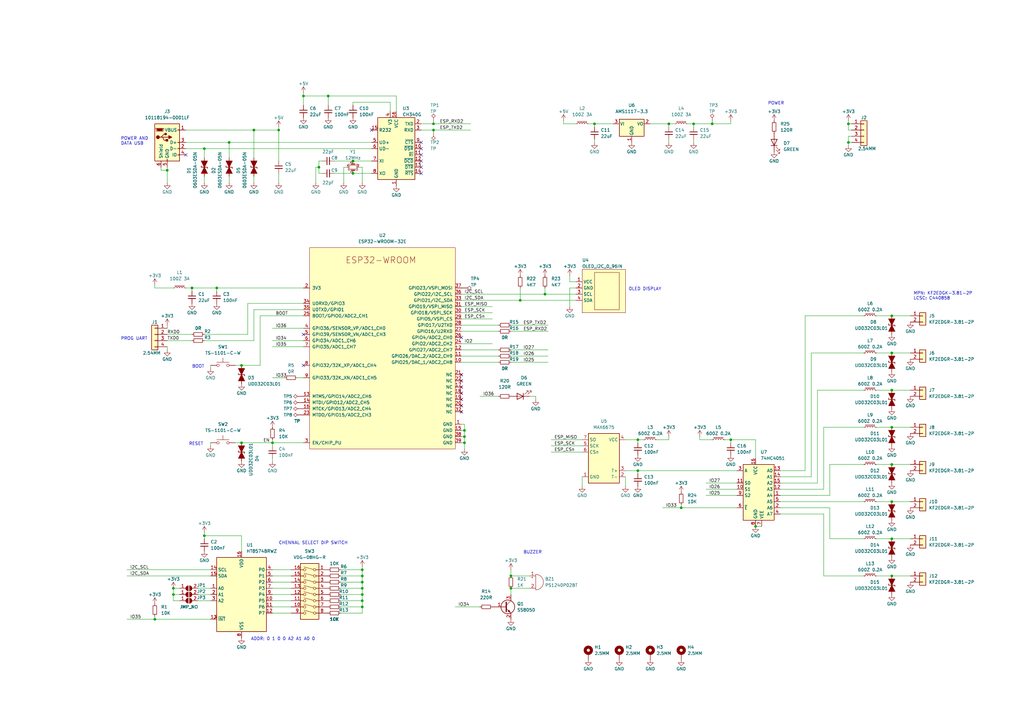
<source format=kicad_sch>
(kicad_sch (version 20211123) (generator eeschema)
  (paper "A3")
  (title_block (title "8 Channel K Thermocouple Temperature Data Logger") (date "2021-12-30") (rev "1.0") (company "OPENSOURCE (MIT License)") (comment 1 "https://github.com/hardikrathod4/Temperature-Data-Logger") (comment 2 "by: Hardik Rathod"))
  (junction (at 365.76 129.54))
  (junction (at 83.82 60.96))
  (junction (at 365.76 160.02))
  (junction (at 261.62 193.04))
  (junction (at 209.55 241.3))
  (junction (at 347.98 50.8))
  (junction (at 148.59 236.22))
  (junction (at 365.76 205.74))
  (junction (at 148.59 238.76))
  (junction (at 299.72 180.34))
  (junction (at 209.55 236.22))
  (junction (at 71.12 243.84))
  (junction (at 93.98 58.42))
  (junction (at 99.06 181.61))
  (junction (at 284.48 50.8))
  (junction (at 99.06 149.86))
  (junction (at 243.84 50.8))
  (junction (at 213.36 123.19))
  (junction (at 261.62 180.34))
  (junction (at 130.81 68.58))
  (junction (at 177.8 53.34))
  (junction (at 148.59 233.68))
  (junction (at 148.59 241.3))
  (junction (at 68.58 69.85))
  (junction (at 78.74 118.11))
  (junction (at 148.59 248.92))
  (junction (at 71.12 241.3))
  (junction (at 365.76 144.78))
  (junction (at 190.5 176.53))
  (junction (at 148.59 243.84))
  (junction (at 274.32 50.8))
  (junction (at 134.62 39.37))
  (junction (at 190.5 179.07))
  (junction (at 365.76 220.98))
  (junction (at 83.82 219.71))
  (junction (at 309.88 215.9))
  (junction (at 365.76 236.22))
  (junction (at 144.78 71.12))
  (junction (at 88.9 118.11))
  (junction (at 114.3 53.34))
  (junction (at 190.5 181.61))
  (junction (at 111.76 181.61))
  (junction (at 124.46 39.37))
  (junction (at 144.78 66.04))
  (junction (at 279.4 208.28))
  (junction (at 177.8 50.8))
  (junction (at 223.52 120.65))
  (junction (at 148.59 246.38))
  (junction (at 104.14 53.34))
  (junction (at 365.76 190.5))
  (junction (at 365.76 175.26))
  (junction (at 347.98 58.42))
  (junction (at 63.5 254))
  (junction (at 292.1 50.8))
  (no_connect (at 76.2 63.5))
  (no_connect (at 124.46 149.86))
  (no_connect (at 124.46 137.16))
  (no_connect (at 189.23 138.43))
  (no_connect (at 172.72 58.42))
  (no_connect (at 152.4 53.34))
  (no_connect (at 172.72 63.5))
  (no_connect (at 172.72 60.96))
  (no_connect (at 172.72 68.58))
  (no_connect (at 172.72 66.04))
  (no_connect (at 172.72 71.12))
  (no_connect (at 189.23 153.67))
  (no_connect (at 189.23 156.21))
  (no_connect (at 189.23 158.75))
  (no_connect (at 189.23 161.29))
  (no_connect (at 189.23 163.83))
  (no_connect (at 189.23 166.37))
  (no_connect (at 189.23 168.91))
  (wire (pts (xy 349.25 53.34) (xy 347.98 53.34)))
  (wire (pts (xy 223.52 120.65) (xy 236.22 120.65)))
  (wire (pts (xy 243.84 50.8) (xy 243.84 52.07)))
  (wire (pts (xy 189.23 135.89) (xy 204.47 135.89)))
  (wire (pts (xy 144.78 41.91) (xy 144.78 43.18)))
  (wire (pts (xy 162.56 39.37) (xy 134.62 39.37)))
  (wire (pts (xy 233.68 118.11) (xy 233.68 125.73)))
  (wire (pts (xy 189.23 179.07) (xy 190.5 179.07)))
  (wire (pts (xy 189.23 120.65) (xy 223.52 120.65)))
  (wire (pts (xy 190.5 173.99) (xy 190.5 176.53)))
  (wire (pts (xy 139.7 236.22) (xy 148.59 236.22)))
  (wire (pts (xy 144.78 71.12) (xy 152.4 71.12)))
  (wire (pts (xy 209.55 146.05) (xy 224.79 146.05)))
  (wire (pts (xy 337.82 236.22) (xy 354.33 236.22)))
  (wire (pts (xy 101.6 124.46) (xy 124.46 124.46)))
  (wire (pts (xy 236.22 118.11) (xy 233.68 118.11)))
  (wire (pts (xy 83.82 139.7) (xy 104.14 139.7)))
  (wire (pts (xy 365.76 160.02) (xy 373.38 160.02)))
  (wire (pts (xy 148.59 246.38) (xy 148.59 248.92)))
  (wire (pts (xy 332.74 144.78) (xy 354.33 144.78)))
  (wire (pts (xy 177.8 53.34) (xy 193.04 53.34)))
  (wire (pts (xy 68.58 69.85) (xy 68.58 74.93)))
  (wire (pts (xy 111.76 251.46) (xy 119.38 251.46)))
  (wire (pts (xy 148.59 243.84) (xy 148.59 246.38)))
  (wire (pts (xy 189.23 146.05) (xy 204.47 146.05)))
  (wire (pts (xy 111.76 233.68) (xy 119.38 233.68)))
  (wire (pts (xy 104.14 53.34) (xy 104.14 64.77)))
  (wire (pts (xy 320.04 200.66) (xy 337.82 200.66)))
  (wire (pts (xy 71.12 241.3) (xy 71.12 243.84)))
  (wire (pts (xy 359.41 205.74) (xy 365.76 205.74)))
  (wire (pts (xy 189.23 143.51) (xy 204.47 143.51)))
  (wire (pts (xy 209.55 133.35) (xy 224.79 133.35)))
  (wire (pts (xy 226.06 185.42) (xy 238.76 185.42)))
  (wire (pts (xy 274.32 179.07) (xy 274.32 180.34)))
  (wire (pts (xy 299.72 180.34) (xy 309.88 180.34)))
  (wire (pts (xy 189.23 173.99) (xy 190.5 173.99)))
  (wire (pts (xy 289.56 203.2) (xy 302.26 203.2)))
  (wire (pts (xy 359.41 175.26) (xy 365.76 175.26)))
  (wire (pts (xy 93.98 64.77) (xy 93.98 58.42)))
  (wire (pts (xy 365.76 190.5) (xy 373.38 190.5)))
  (wire (pts (xy 320.04 203.2) (xy 340.36 203.2)))
  (wire (pts (xy 148.59 236.22) (xy 148.59 238.76)))
  (wire (pts (xy 299.72 49.53) (xy 299.72 50.8)))
  (wire (pts (xy 359.41 220.98) (xy 365.76 220.98)))
  (wire (pts (xy 63.5 252.73) (xy 63.5 254)))
  (wire (pts (xy 189.23 125.73) (xy 201.93 125.73)))
  (wire (pts (xy 130.81 68.58) (xy 130.81 71.12)))
  (wire (pts (xy 226.06 180.34) (xy 238.76 180.34)))
  (wire (pts (xy 347.98 58.42) (xy 347.98 59.69)))
  (wire (pts (xy 359.41 190.5) (xy 365.76 190.5)))
  (wire (pts (xy 274.32 50.8) (xy 276.86 50.8)))
  (wire (pts (xy 83.82 137.16) (xy 101.6 137.16)))
  (wire (pts (xy 93.98 74.93) (xy 93.98 72.39)))
  (wire (pts (xy 243.84 50.8) (xy 251.46 50.8)))
  (wire (pts (xy 83.82 218.44) (xy 83.82 219.71)))
  (wire (pts (xy 139.7 248.92) (xy 148.59 248.92)))
  (wire (pts (xy 289.56 198.12) (xy 302.26 198.12)))
  (wire (pts (xy 68.58 143.51) (xy 68.58 142.24)))
  (wire (pts (xy 99.06 219.71) (xy 83.82 219.71)))
  (wire (pts (xy 132.08 66.04) (xy 130.81 66.04)))
  (wire (pts (xy 76.2 60.96) (xy 83.82 60.96)))
  (wire (pts (xy 148.59 232.41) (xy 148.59 233.68)))
  (wire (pts (xy 111.76 180.34) (xy 111.76 181.61)))
  (wire (pts (xy 137.16 71.12) (xy 144.78 71.12)))
  (wire (pts (xy 189.23 130.81) (xy 201.93 130.81)))
  (wire (pts (xy 160.02 45.72) (xy 160.02 41.91)))
  (wire (pts (xy 177.8 50.8) (xy 193.04 50.8)))
  (wire (pts (xy 99.06 149.86) (xy 106.68 149.86)))
  (wire (pts (xy 111.76 139.7) (xy 124.46 139.7)))
  (wire (pts (xy 231.14 49.53) (xy 231.14 50.8)))
  (wire (pts (xy 189.23 181.61) (xy 190.5 181.61)))
  (wire (pts (xy 106.68 129.54) (xy 106.68 149.86)))
  (wire (pts (xy 130.81 66.04) (xy 130.81 68.58)))
  (wire (pts (xy 279.4 208.28) (xy 302.26 208.28)))
  (wire (pts (xy 52.07 254) (xy 63.5 254)))
  (wire (pts (xy 335.28 160.02) (xy 335.28 198.12)))
  (wire (pts (xy 148.59 251.46) (xy 139.7 251.46)))
  (wire (pts (xy 137.16 66.04) (xy 144.78 66.04)))
  (wire (pts (xy 217.17 162.56) (xy 219.71 162.56)))
  (wire (pts (xy 83.82 60.96) (xy 83.82 64.77)))
  (wire (pts (xy 139.7 246.38) (xy 148.59 246.38)))
  (wire (pts (xy 359.41 236.22) (xy 365.76 236.22)))
  (wire (pts (xy 287.02 179.07) (xy 287.02 180.34)))
  (wire (pts (xy 189.23 123.19) (xy 213.36 123.19)))
  (wire (pts (xy 68.58 139.7) (xy 78.74 139.7)))
  (wire (pts (xy 292.1 50.8) (xy 299.72 50.8)))
  (wire (pts (xy 104.14 127) (xy 104.14 139.7)))
  (wire (pts (xy 111.76 181.61) (xy 124.46 181.61)))
  (wire (pts (xy 111.76 246.38) (xy 119.38 246.38)))
  (wire (pts (xy 236.22 115.57) (xy 233.68 115.57)))
  (wire (pts (xy 320.04 193.04) (xy 330.2 193.04)))
  (wire (pts (xy 83.82 74.93) (xy 83.82 72.39)))
  (wire (pts (xy 359.41 144.78) (xy 365.76 144.78)))
  (wire (pts (xy 96.52 181.61) (xy 99.06 181.61)))
  (wire (pts (xy 148.59 238.76) (xy 148.59 241.3)))
  (wire (pts (xy 226.06 182.88) (xy 238.76 182.88)))
  (wire (pts (xy 111.76 243.84) (xy 119.38 243.84)))
  (wire (pts (xy 261.62 180.34) (xy 264.16 180.34)))
  (wire (pts (xy 189.23 128.27) (xy 201.93 128.27)))
  (wire (pts (xy 274.32 57.15) (xy 274.32 58.42)))
  (wire (pts (xy 93.98 58.42) (xy 152.4 58.42)))
  (wire (pts (xy 124.46 38.1) (xy 124.46 39.37)))
  (wire (pts (xy 320.04 195.58) (xy 332.74 195.58)))
  (wire (pts (xy 63.5 254) (xy 86.36 254)))
  (wire (pts (xy 292.1 180.34) (xy 287.02 180.34)))
  (wire (pts (xy 130.81 68.58) (xy 129.54 68.58)))
  (wire (pts (xy 309.88 180.34) (xy 309.88 187.96)))
  (wire (pts (xy 209.55 135.89) (xy 224.79 135.89)))
  (wire (pts (xy 365.76 220.98) (xy 373.38 220.98)))
  (wire (pts (xy 320.04 198.12) (xy 335.28 198.12)))
  (wire (pts (xy 111.76 187.96) (xy 111.76 189.23)))
  (wire (pts (xy 73.66 246.38) (xy 71.12 246.38)))
  (wire (pts (xy 340.36 203.2) (xy 340.36 190.5)))
  (wire (pts (xy 121.92 154.94) (xy 124.46 154.94)))
  (wire (pts (xy 114.3 71.12) (xy 114.3 74.93)))
  (wire (pts (xy 189.23 133.35) (xy 204.47 133.35)))
  (wire (pts (xy 337.82 175.26) (xy 354.33 175.26)))
  (wire (pts (xy 190.5 181.61) (xy 190.5 184.15)))
  (wire (pts (xy 129.54 68.58) (xy 129.54 74.93)))
  (wire (pts (xy 337.82 210.82) (xy 337.82 236.22)))
  (wire (pts (xy 76.2 53.34) (xy 104.14 53.34)))
  (wire (pts (xy 124.46 39.37) (xy 124.46 43.18)))
  (wire (pts (xy 83.82 219.71) (xy 83.82 220.98)))
  (wire (pts (xy 148.59 68.58) (xy 148.59 74.93)))
  (wire (pts (xy 68.58 137.16) (xy 78.74 137.16)))
  (wire (pts (xy 289.56 200.66) (xy 302.26 200.66)))
  (wire (pts (xy 209.55 241.3) (xy 209.55 243.84)))
  (wire (pts (xy 359.41 160.02) (xy 365.76 160.02)))
  (wire (pts (xy 219.71 162.56) (xy 219.71 163.83)))
  (wire (pts (xy 266.7 50.8) (xy 274.32 50.8)))
  (wire (pts (xy 78.74 118.11) (xy 78.74 119.38)))
  (wire (pts (xy 274.32 50.8) (xy 274.32 52.07)))
  (wire (pts (xy 71.12 241.3) (xy 73.66 241.3)))
  (wire (pts (xy 139.7 238.76) (xy 148.59 238.76)))
  (wire (pts (xy 111.76 182.88) (xy 111.76 181.61)))
  (wire (pts (xy 148.59 248.92) (xy 148.59 251.46)))
  (wire (pts (xy 111.76 154.94) (xy 116.84 154.94)))
  (wire (pts (xy 68.58 133.35) (xy 68.58 134.62)))
  (wire (pts (xy 365.76 236.22) (xy 373.38 236.22)))
  (wire (pts (xy 81.28 243.84) (xy 86.36 243.84)))
  (wire (pts (xy 111.76 241.3) (xy 119.38 241.3)))
  (wire (pts (xy 71.12 243.84) (xy 71.12 246.38)))
  (wire (pts (xy 347.98 49.53) (xy 347.98 50.8)))
  (wire (pts (xy 147.32 68.58) (xy 148.59 68.58)))
  (wire (pts (xy 134.62 39.37) (xy 124.46 39.37)))
  (wire (pts (xy 256.54 193.04) (xy 261.62 193.04)))
  (wire (pts (xy 86.36 181.61) (xy 86.36 182.88)))
  (wire (pts (xy 68.58 68.58) (xy 68.58 69.85)))
  (wire (pts (xy 335.28 160.02) (xy 354.33 160.02)))
  (wire (pts (xy 71.12 243.84) (xy 73.66 243.84)))
  (wire (pts (xy 148.59 233.68) (xy 148.59 236.22)))
  (wire (pts (xy 238.76 195.58) (xy 238.76 199.39)))
  (wire (pts (xy 243.84 50.8) (xy 241.3 50.8)))
  (wire (pts (xy 52.07 236.22) (xy 86.36 236.22)))
  (wire (pts (xy 189.23 140.97) (xy 201.93 140.97)))
  (wire (pts (xy 347.98 50.8) (xy 349.25 50.8)))
  (wire (pts (xy 104.14 74.93) (xy 104.14 72.39)))
  (wire (pts (xy 196.85 162.56) (xy 204.47 162.56)))
  (wire (pts (xy 111.76 142.24) (xy 124.46 142.24)))
  (wire (pts (xy 223.52 118.11) (xy 223.52 120.65)))
  (wire (pts (xy 330.2 129.54) (xy 330.2 193.04)))
  (wire (pts (xy 365.76 175.26) (xy 373.38 175.26)))
  (wire (pts (xy 349.25 55.88) (xy 347.98 55.88)))
  (wire (pts (xy 111.76 134.62) (xy 124.46 134.62)))
  (wire (pts (xy 88.9 118.11) (xy 88.9 119.38)))
  (wire (pts (xy 284.48 50.8) (xy 281.94 50.8)))
  (wire (pts (xy 261.62 180.34) (xy 261.62 181.61)))
  (wire (pts (xy 190.5 179.07) (xy 190.5 181.61)))
  (wire (pts (xy 269.24 180.34) (xy 274.32 180.34)))
  (wire (pts (xy 101.6 124.46) (xy 101.6 137.16)))
  (wire (pts (xy 66.04 69.85) (xy 68.58 69.85)))
  (wire (pts (xy 189.23 148.59) (xy 204.47 148.59)))
  (wire (pts (xy 76.2 58.42) (xy 93.98 58.42)))
  (wire (pts (xy 172.72 50.8) (xy 177.8 50.8)))
  (wire (pts (xy 320.04 208.28) (xy 340.36 208.28)))
  (wire (pts (xy 347.98 58.42) (xy 349.25 58.42)))
  (wire (pts (xy 172.72 53.34) (xy 177.8 53.34)))
  (wire (pts (xy 297.18 180.34) (xy 299.72 180.34)))
  (wire (pts (xy 130.81 71.12) (xy 132.08 71.12)))
  (wire (pts (xy 261.62 193.04) (xy 261.62 194.31)))
  (wire (pts (xy 78.74 118.11) (xy 76.2 118.11)))
  (wire (pts (xy 114.3 53.34) (xy 114.3 66.04)))
  (wire (pts (xy 140.97 68.58) (xy 140.97 74.93)))
  (wire (pts (xy 139.7 233.68) (xy 148.59 233.68)))
  (wire (pts (xy 63.5 116.84) (xy 63.5 118.11)))
  (wire (pts (xy 104.14 53.34) (xy 114.3 53.34)))
  (wire (pts (xy 256.54 180.34) (xy 261.62 180.34)))
  (wire (pts (xy 86.36 149.86) (xy 86.36 151.13)))
  (wire (pts (xy 233.68 115.57) (xy 233.68 113.03)))
  (wire (pts (xy 209.55 236.22) (xy 217.17 236.22)))
  (wire (pts (xy 320.04 205.74) (xy 354.33 205.74)))
  (wire (pts (xy 347.98 55.88) (xy 347.98 58.42)))
  (wire (pts (xy 99.06 226.06) (xy 99.06 219.71)))
  (wire (pts (xy 271.78 208.28) (xy 279.4 208.28)))
  (wire (pts (xy 111.76 236.22) (xy 119.38 236.22)))
  (wire (pts (xy 309.88 215.9) (xy 312.42 215.9)))
  (wire (pts (xy 83.82 60.96) (xy 152.4 60.96)))
  (wire (pts (xy 186.69 248.92) (xy 196.85 248.92)))
  (wire (pts (xy 284.48 50.8) (xy 292.1 50.8)))
  (wire (pts (xy 365.76 129.54) (xy 373.38 129.54)))
  (wire (pts (xy 111.76 238.76) (xy 119.38 238.76)))
  (wire (pts (xy 299.72 180.34) (xy 299.72 181.61)))
  (wire (pts (xy 162.56 45.72) (xy 162.56 39.37)))
  (wire (pts (xy 148.59 241.3) (xy 148.59 243.84)))
  (wire (pts (xy 256.54 195.58) (xy 256.54 199.39)))
  (wire (pts (xy 81.28 241.3) (xy 86.36 241.3)))
  (wire (pts (xy 279.4 207.01) (xy 279.4 208.28)))
  (wire (pts (xy 320.04 210.82) (xy 337.82 210.82)))
  (wire (pts (xy 213.36 123.19) (xy 236.22 123.19)))
  (wire (pts (xy 332.74 144.78) (xy 332.74 195.58)))
  (wire (pts (xy 104.14 127) (xy 124.46 127)))
  (wire (pts (xy 340.36 190.5) (xy 354.33 190.5)))
  (wire (pts (xy 347.98 50.8) (xy 347.98 53.34)))
  (wire (pts (xy 189.23 176.53) (xy 190.5 176.53)))
  (wire (pts (xy 340.36 220.98) (xy 354.33 220.98)))
  (wire (pts (xy 209.55 233.68) (xy 209.55 236.22)))
  (wire (pts (xy 365.76 144.78) (xy 373.38 144.78)))
  (wire (pts (xy 99.06 181.61) (xy 111.76 181.61)))
  (wire (pts (xy 114.3 52.07) (xy 114.3 53.34)))
  (wire (pts (xy 139.7 241.3) (xy 148.59 241.3)))
  (wire (pts (xy 142.24 68.58) (xy 140.97 68.58)))
  (wire (pts (xy 106.68 129.54) (xy 124.46 129.54)))
  (wire (pts (xy 231.14 50.8) (xy 236.22 50.8)))
  (wire (pts (xy 190.5 176.53) (xy 190.5 179.07)))
  (wire (pts (xy 81.28 246.38) (xy 86.36 246.38)))
  (wire (pts (xy 340.36 208.28) (xy 340.36 220.98)))
  (wire (pts (xy 209.55 143.51) (xy 224.79 143.51)))
  (wire (pts (xy 88.9 118.11) (xy 124.46 118.11)))
  (wire (pts (xy 365.76 205.74) (xy 373.38 205.74)))
  (wire (pts (xy 337.82 175.26) (xy 337.82 200.66)))
  (wire (pts (xy 359.41 129.54) (xy 365.76 129.54)))
  (wire (pts (xy 209.55 148.59) (xy 224.79 148.59)))
  (wire (pts (xy 284.48 50.8) (xy 284.48 52.07)))
  (wire (pts (xy 52.07 233.68) (xy 86.36 233.68)))
  (wire (pts (xy 284.48 57.15) (xy 284.48 58.42)))
  (wire (pts (xy 209.55 241.3) (xy 217.17 241.3)))
  (wire (pts (xy 261.62 193.04) (xy 302.26 193.04)))
  (wire (pts (xy 243.84 57.15) (xy 243.84 58.42)))
  (wire (pts (xy 144.78 66.04) (xy 152.4 66.04)))
  (wire (pts (xy 63.5 118.11) (xy 71.12 118.11)))
  (wire (pts (xy 160.02 41.91) (xy 144.78 41.91)))
  (wire (pts (xy 134.62 39.37) (xy 134.62 43.18)))
  (wire (pts (xy 96.52 149.86) (xy 99.06 149.86)))
  (wire (pts (xy 88.9 118.11) (xy 78.74 118.11)))
  (wire (pts (xy 330.2 129.54) (xy 354.33 129.54)))
  (wire (pts (xy 111.76 248.92) (xy 119.38 248.92)))
  (wire (pts (xy 66.04 68.58) (xy 66.04 69.85)))
  (wire (pts (xy 139.7 243.84) (xy 148.59 243.84)))
  (wire (pts (xy 213.36 118.11) (xy 213.36 123.19)))
  (text "BUZZER" (at 214.63 227.33 0) (effects (font (size 1.27 1.27)) (justify left bottom)))
  (text "OLED DISPLAY" (at 257.81 119.38 0) (effects (font (size 1.27 1.27)) (justify left bottom)))
  (text "ADDR: 0 1 0 0 A2 A1 A0 0" (at 102.87 262.89 0) (effects (font (size 1.27 1.27)) (justify left bottom)))
  (text "CHENNAL SELECT DIP SWITCH" (at 114.3 223.52 0) (effects (font (size 1.27 1.27)) (justify left bottom)))
  (text "MPN: KF2EDGK-3.81-2P\nLCSC: C440858" (at 374.65 123.19 0) (effects (font (size 1.27 1.27)) (justify left bottom)))
  (text "RESET" (at 77.47 182.88 0) (effects (font (size 1.27 1.27)) (justify left bottom)))
  (text "POWER" (at 314.96 43.18 0) (effects (font (size 1.27 1.27)) (justify left bottom)))
  (text "POWER AND\nDATA USB" (at 49.53 59.69 0) (effects (font (size 1.27 1.27)) (justify left bottom)))
  (text "BOOT" (at 78.74 151.13 0) (effects (font (size 1.27 1.27)) (justify left bottom)))
  (text "PROG UART" (at 49.53 139.7 0) (effects (font (size 1.27 1.27)) (justify left bottom)))
  (label "ESP_SCK" (at 227.33 182.88 0))
  (label "IO26" (at 214.63 146.05 0))
  (label "ESP_CSn" (at 190.5 130.81 0))
  (label "IO27" (at 290.83 198.12 0))
  (label "ESP_TXD2" (at 180.34 53.34 0))
  (label "ESP_MISO" (at 190.5 125.73 0))
  (label "RXD0" (at 68.58 137.16 0))
  (label "ESP_MISO" (at 227.33 180.34 0))
  (label "IO25" (at 290.83 203.2 0))
  (label "IO33" (at 113.03 154.94 0))
  (label "ESP_RXD2" (at 214.63 135.89 0))
  (label "IO34" (at 187.96 248.92 0))
  (label "IO34" (at 113.03 139.7 0))
  (label "IO2" (at 190.5 140.97 0))
  (label "ESP_CSn" (at 227.33 185.42 0))
  (label "I2C_SDA" (at 190.5 123.19 0))
  (label "IO36" (at 198.12 162.56 0))
  (label "BOOT" (at 113.03 129.54 0))
  (label "IO27" (at 214.63 143.51 0))
  (label "I2C_SDA" (at 53.34 236.22 0))
  (label "IO35" (at 113.03 142.24 0))
  (label "IO25" (at 214.63 148.59 0))
  (label "EN" (at 107.95 181.61 0))
  (label "IO26" (at 290.83 200.66 0))
  (label "ESP_TXD2" (at 214.63 133.35 0))
  (label "IO36" (at 113.03 134.62 0))
  (label "IO33" (at 273.05 208.28 0))
  (label "IO35" (at 53.34 254 0))
  (label "TXD0" (at 68.58 139.7 0))
  (label "I2C_SCL" (at 53.34 233.68 0))
  (label "I2C_SCL" (at 190.5 120.65 0))
  (label "ESP_SCK" (at 190.5 128.27 0))
  (label "ESP_RXD2" (at 180.34 50.8 0))
  (symbol (lib_id "power:GND") (at 274.32 58.42 0) (unit 1)
    (property "Reference" "#PWR052" (effects hide))
    (property "Value" "GND" (at 274.32 62.23 0))
  )
  (symbol (lib_id "Connector_Generic:Conn_01x02") (at 378.46 175.26 0) (unit 1)
    (property "Reference" "J8" (at 381 175.2599 0) (effects (justify left)))
    (property "Value" "KF2EDGR-3.81-2P" (at 381 177.7999 0) (effects (justify left)))
    (property "Footprint" "Connector_Phoenix_MC:PhoenixContact_MC_1,5_2-G-3.81_1x02_P3.81mm_Horizontal" (effects hide))
    (property "LCSC" "C441182" (effects hide))
  )
  (symbol (lib_id "power:GND") (at 299.72 186.69 0) (unit 1)
    (property "Reference" "#PWR059" (effects hide))
    (property "Value" "GND" (at 299.72 190.5 0))
  )
  (symbol (lib_id "power:+5V") (at 124.46 38.1 0) (unit 1)
    (property "Reference" "#PWR025" (effects hide))
    (property "Value" "+5V" (at 124.46 34.29 0))
  )
  (symbol (lib_id "Device:C_Small") (at 114.3 68.58 0) (unit 1)
    (property "Reference" "C5" (at 116.84 67.3162 0) (effects (justify left)))
    (property "Value" "22uF" (at 116.84 69.8562 0) (effects (justify left)))
    (property "Footprint" "Capacitor_SMD:C_0603_1608Metric" (effects hide))
    (property "LCSC" "C59461" (effects hide))
  )
  (symbol (lib_id "Device:D_TVS_Filled") (at 365.76 133.35 90) (unit 1)
    (property "Reference" "D8" (at 356.87 132.08 90) (effects (justify right)))
    (property "Value" "UDD32C03L01" (at 350.52 134.62 90) (effects (justify right)))
    (property "Footprint" "Diode_SMD:D_SOD-323_HandSoldering" (effects hide))
    (property "LCSC" "C78439" (effects hide))
  )
  (symbol (lib_id "Regulator_Linear:AMS1117-3.3") (at 259.08 50.8 0) (unit 1)
    (property "Reference" "U6" (at 259.08 43.18 0))
    (property "Value" "AMS1117-3.3" (at 259.08 45.72 0))
    (property "Footprint" "Package_TO_SOT_SMD:SOT-223-3_TabPin2" (effects hide))
    (property "Datasheet" "http://www.advanced-monolithic.com/pdf/ds1117.pdf" (effects hide))
    (property "LCSC" "C6186" (effects hide))
  )
  (symbol (lib_id "Device:R_Small") (at 137.16 243.84 90) (unit 1)
    (property "Reference" "R10" (at 140.97 242.57 90))
    (property "Value" "10K" (at 137.16 254 90))
    (property "Footprint" "Resistor_SMD:R_0603_1608Metric" (effects hide))
    (property "LCSC" "C25804" (effects hide))
  )
  (symbol (lib_id "power:GND") (at 144.78 48.26 0) (unit 1)
    (property "Reference" "#PWR030" (effects hide))
    (property "Value" "GND" (at 144.78 52.07 0))
  )
  (symbol (lib_id "Device:R_Small") (at 111.76 177.8 0) (unit 1)
    (property "Reference" "R4" (at 114.3 176.5299 0) (effects (justify left)))
    (property "Value" "10K" (at 114.3 179.0699 0) (effects (justify left)))
    (property "Footprint" "Resistor_SMD:R_0603_1608Metric" (effects hide))
    (property "LCSC" "C25804" (effects hide))
  )
  (symbol (lib_id "Switch:SW_DIP_x08") (at 127 243.84 0) (mirror y) (unit 1)
    (property "Reference" "SW3" (at 127 226.06 0))
    (property "Value" "VDG-08HG-R" (at 127 228.6 0))
    (property "Footprint" "Button_Switch_THT:SW_DIP_SPSTx08_Slide_9.78x22.5mm_W7.62mm_P2.54mm" (effects hide))
    (property "LCSC" "C3663" (effects hide))
  )
  (symbol (lib_id "Device:C_Small") (at 134.62 45.72 0) (unit 1)
    (property "Reference" "C7" (at 137.16 44.4562 0) (effects (justify left)))
    (property "Value" "100nF" (at 137.16 46.9962 0) (effects (justify left)))
    (property "Footprint" "Capacitor_SMD:C_0603_1608Metric" (effects hide))
    (property "LCSC" "C14663" (effects hide))
  )
  (symbol (lib_id "power:+3V3") (at 233.68 113.03 0) (unit 1)
    (property "Reference" "#PWR041" (effects hide))
    (property "Value" "+3V3" (at 233.68 109.22 0))
  )
  (symbol (lib_id "power:GND") (at 104.14 74.93 0) (unit 1)
    (property "Reference" "#PWR020" (effects hide))
    (property "Value" "GND" (at 104.14 78.74 0))
  )
  (symbol (lib_id "Connector_Generic:Conn_01x02") (at 378.46 236.22 0) (unit 1)
    (property "Reference" "J12" (at 381 236.2199 0) (effects (justify left)))
    (property "Value" "KF2EDGR-3.81-2P" (at 381 238.7599 0) (effects (justify left)))
    (property "Footprint" "Connector_Phoenix_MC:PhoenixContact_MC_1,5_2-G-3.81_1x02_P3.81mm_Horizontal" (effects hide))
    (property "LCSC" "C441182" (effects hide))
  )
  (symbol (lib_id "power:GND") (at 140.97 74.93 0) (unit 1)
    (property "Reference" "#PWR029" (effects hide))
    (property "Value" "GND" (at 140.97 78.74 0))
  )
  (symbol (lib_id "power:GND") (at 373.38 238.76 0) (unit 1)
    (property "Reference" "#PWR081" (effects hide))
    (property "Value" "GND" (at 373.38 242.57 0))
  )
  (symbol (lib_id "Device:LED") (at 213.36 162.56 180) (unit 1)
    (property "Reference" "D6" (at 214.9475 154.94 0))
    (property "Value" "GREEN" (at 214.9475 157.48 0))
    (property "Footprint" "LED_THT:LED_D3.0mm_Clear" (effects hide))
    (property "LCSC" "C559113" (effects hide))
  )
  (symbol (lib_id "power:GND") (at 129.54 74.93 0) (unit 1)
    (property "Reference" "#PWR027" (effects hide))
    (property "Value" "GND" (at 129.54 78.74 0))
  )
  (symbol (lib_id "power:GND") (at 233.68 125.73 0) (unit 1)
    (property "Reference" "#PWR042" (effects hide))
    (property "Value" "GND" (at 233.68 129.54 0))
  )
  (symbol (lib_id "power:GND") (at 261.62 199.39 0) (unit 1)
    (property "Reference" "#PWR051" (effects hide))
    (property "Value" "GND" (at 261.62 203.2 0))
  )
  (symbol (lib_id "Device:C_Small") (at 261.62 184.15 0) (unit 1)
    (property "Reference" "C12" (at 264.16 182.8862 0) (effects (justify left)))
    (property "Value" "100nF" (at 264.16 185.4262 0) (effects (justify left)))
    (property "Footprint" "Capacitor_SMD:C_0603_1608Metric" (effects hide))
    (property "LCSC" "C14663" (effects hide))
  )
  (symbol (lib_id "Device:L_Ferrite_Small") (at 238.76 50.8 90) (unit 1)
    (property "Reference" "L2" (at 238.76 44.45 90))
    (property "Value" "100Z 3A" (at 238.76 46.99 90))
    (property "Footprint" "Inductor_SMD:L_0603_1608Metric" (effects hide))
    (property "LCSC" "C307769" (effects hide))
  )
  (symbol (lib_id "Switch:SW_Push") (at 91.44 181.61 0) (unit 1)
    (property "Reference" "SW2" (at 91.44 173.99 0))
    (property "Value" "TS-1101-C-W" (at 91.44 176.53 0))
    (property "Footprint" "Button_Switch_SMD:SW_SPST_CK_RS282G05A3" (effects hide))
    (property "LCSC" "C318938" (effects hide))
  )
  (symbol (lib_id "power:+3V3") (at 347.98 49.53 0) (unit 1)
    (property "Reference" "#PWR06" (effects hide))
    (property "Value" "+3V3" (at 347.98 45.72 0))
  )
  (symbol (lib_id "power:GND") (at 99.06 189.23 0) (unit 1)
    (property "Reference" "#PWR018" (effects hide))
    (property "Value" "GND" (at 99.06 193.04 0))
  )
  (symbol (lib_id "Device:L_Ferrite_Small") (at 356.87 160.02 90) (unit 1)
    (property "Reference" "L8" (at 356.87 154.94 90))
    (property "Value" "600Z 0.2A" (at 356.87 157.48 90))
    (property "Footprint" "Inductor_SMD:L_0603_1608Metric" (effects hide))
    (property "LCSC" "C1002" (effects hide))
  )
  (symbol (lib_id "power:+3V3") (at 83.82 218.44 0) (unit 1)
    (property "Reference" "#PWR011" (effects hide))
    (property "Value" "+3V3" (at 83.82 214.63 0))
  )
  (symbol (lib_id "Device:D_TVS_Filled") (at 365.76 163.83 90) (unit 1)
    (property "Reference" "D10" (at 356.87 162.56 90) (effects (justify right)))
    (property "Value" "UDD32C03L01" (at 350.52 165.1 90) (effects (justify right)))
    (property "Footprint" "Diode_SMD:D_SOD-323_HandSoldering" (effects hide))
    (property "LCSC" "C78439" (effects hide))
  )
  (symbol (lib_id "Jumper:SolderJumper_2_Open") (at 77.47 246.38 0) (unit 1)
    (property "Reference" "JP3" (at 82.55 245.11 0))
    (property "Value" "JMP_NO" (at 77.47 248.92 0))
    (property "Footprint" "Jumper:SolderJumper-2_P1.3mm_Open_RoundedPad1.0x1.5mm" (effects hide))
  )
  (symbol (lib_id "power:GND") (at 365.76 182.88 0) (unit 1)
    (property "Reference" "#PWR067" (effects hide))
    (property "Value" "GND" (at 365.76 186.69 0))
  )
  (symbol (lib_id "Device:R_Small") (at 119.38 154.94 90) (unit 1)
    (property "Reference" "R5" (at 119.38 149.86 90))
    (property "Value" "0R" (at 119.38 152.4 90))
    (property "Footprint" "Resistor_SMD:R_0603_1608Metric" (effects hide))
    (property "LCSC" "C21189" (effects hide))
  )
  (symbol (lib_id "power:GND") (at 86.36 182.88 0) (unit 1)
    (property "Reference" "#PWR014" (effects hide))
    (property "Value" "GND" (at 86.36 186.69 0))
  )
  (symbol (lib_id "power:GND") (at 88.9 124.46 0) (unit 1)
    (property "Reference" "#PWR015" (effects hide))
    (property "Value" "GND" (at 88.9 128.27 0))
  )
  (symbol (lib_id "Device:L_Ferrite_Small") (at 266.7 180.34 90) (unit 1)
    (property "Reference" "L3" (at 266.7 175.26 90))
    (property "Value" "600Z 0.2A" (at 266.7 177.8 90))
    (property "Footprint" "Inductor_SMD:L_0603_1608Metric" (effects hide))
    (property "LCSC" "C1002" (effects hide))
  )
  (symbol (lib_id "Connector_Generic:Conn_01x04") (at 63.5 137.16 0) (mirror y) (unit 1)
    (property "Reference" "J1" (at 63.5 132.08 0))
    (property "Value" "2.54MM" (at 62.23 144.78 0))
    (property "Footprint" "Connector_PinHeader_2.54mm:PinHeader_1x04_P2.54mm_Vertical" (effects hide))
    (property "LCSC" "C358686" (effects hide))
  )
  (symbol (lib_id "Device:R_Small") (at 213.36 115.57 0) (unit 1)
    (property "Reference" "R22" (at 215.9 114.2999 0) (effects (justify left)))
    (property "Value" "4K7" (at 215.9 116.8399 0) (effects (justify left)))
    (property "Footprint" "Resistor_SMD:R_0603_1608Metric" (effects hide))
    (property "LCSC" "C23162" (effects hide))
  )
  (symbol (lib_id "power:GND") (at 373.38 193.04 0) (unit 1)
    (property "Reference" "#PWR078" (effects hide))
    (property "Value" "GND" (at 373.38 196.85 0))
  )
  (symbol (lib_id "Device:C_Small") (at 144.78 45.72 0) (unit 1)
    (property "Reference" "C10" (at 147.32 44.4562 0) (effects (justify left)))
    (property "Value" "100nF" (at 147.32 46.9962 0) (effects (justify left)))
    (property "Footprint" "Capacitor_SMD:C_0603_1608Metric" (effects hide))
    (property "LCSC" "C14663" (effects hide))
  )
  (symbol (lib_id "power:GND") (at 219.71 163.83 0) (unit 1)
    (property "Reference" "#PWR038" (effects hide))
    (property "Value" "GND" (at 219.71 167.64 0))
  )
  (symbol (lib_id "Connector_Generic:Conn_01x02") (at 378.46 129.54 0) (unit 1)
    (property "Reference" "J5" (at 381 129.5399 0) (effects (justify left)))
    (property "Value" "KF2EDGR-3.81-2P" (at 381 132.0799 0) (effects (justify left)))
    (property "Footprint" "Connector_Phoenix_MC:PhoenixContact_MC_1,5_2-G-3.81_1x02_P3.81mm_Horizontal" (effects hide))
    (property "LCSC" "C441182" (effects hide))
  )
  (symbol (lib_id "Device:L_Ferrite_Small") (at 73.66 118.11 90) (unit 1)
    (property "Reference" "L1" (at 73.66 111.76 90))
    (property "Value" "100Z 3A" (at 73.66 114.3 90))
    (property "Footprint" "Inductor_SMD:L_0603_1608Metric" (effects hide))
    (property "LCSC" "C307769" (effects hide))
  )
  (symbol (lib_id "Connector_Generic:Conn_01x02") (at 378.46 144.78 0) (unit 1)
    (property "Reference" "J6" (at 381 144.7799 0) (effects (justify left)))
    (property "Value" "KF2EDGR-3.81-2P" (at 381 147.3199 0) (effects (justify left)))
    (property "Footprint" "Connector_Phoenix_MC:PhoenixContact_MC_1,5_2-G-3.81_1x02_P3.81mm_Horizontal" (effects hide))
    (property "LCSC" "C441182" (effects hide))
  )
  (symbol (lib_id "Connector:TestPoint_Alt") (at 177.8 53.34 180) (unit 1)
    (property "Reference" "TP2" (at 176.53 58.42 0) (effects (justify right)))
    (property "Value" "TP" (at 176.53 60.96 0) (effects (justify right)))
    (property "Footprint" "TestPoint:TestPoint_Pad_1.0x1.0mm" (effects hide))
  )
  (symbol (lib_id "power:GND") (at 266.7 270.51 0) (unit 1)
    (property "Reference" "#PWR049" (effects hide))
    (property "Value" "GND" (at 266.7 274.32 0))
  )
  (symbol (lib_id "Device:R_Small") (at 279.4 204.47 0) (unit 1)
    (property "Reference" "R24" (at 281.94 203.1999 0) (effects (justify left)))
    (property "Value" "10K" (at 281.94 205.7399 0) (effects (justify left)))
    (property "Footprint" "Resistor_SMD:R_0603_1608Metric" (effects hide))
    (property "LCSC" "C25804" (effects hide))
  )
  (symbol (lib_id "Connector_Generic:Conn_01x02") (at 378.46 160.02 0) (unit 1)
    (property "Reference" "J7" (at 381 160.0199 0) (effects (justify left)))
    (property "Value" "KF2EDGR-3.81-2P" (at 381 162.5599 0) (effects (justify left)))
    (property "Footprint" "Connector_Phoenix_MC:PhoenixContact_MC_1,5_2-G-3.81_1x02_P3.81mm_Horizontal" (effects hide))
    (property "LCSC" "C441182" (effects hide))
  )
  (symbol (lib_id "Device:R_Small") (at 137.16 251.46 90) (unit 1)
    (property "Reference" "R13" (at 140.97 250.19 90))
    (property "Value" "10K" (at 137.16 254 90))
    (property "Footprint" "Resistor_SMD:R_0603_1608Metric" (effects hide))
    (property "LCSC" "C25804" (effects hide))
  )
  (symbol (lib_id "power:GND") (at 279.4 270.51 0) (unit 1)
    (property "Reference" "#PWR053" (effects hide))
    (property "Value" "GND" (at 279.4 274.32 0))
  )
  (symbol (lib_id "power:GND") (at 261.62 186.69 0) (unit 1)
    (property "Reference" "#PWR050" (effects hide))
    (property "Value" "GND" (at 261.62 190.5 0))
  )
  (symbol (lib_id "Device:L_Ferrite_Small") (at 356.87 205.74 90) (unit 1)
    (property "Reference" "L11" (at 356.87 200.66 90))
    (property "Value" "600Z 0.2A" (at 356.87 203.2 90))
    (property "Footprint" "Inductor_SMD:L_0603_1608Metric" (effects hide))
    (property "LCSC" "C1002" (effects hide))
  )
  (symbol (lib_id "Device:R_Small") (at 207.01 146.05 90) (unit 1)
    (property "Reference" "R18" (at 210.82 144.78 90))
    (property "Value" "0R" (at 207.01 151.13 90))
    (property "Footprint" "Resistor_SMD:R_0603_1608Metric" (effects hide))
    (property "LCSC" "C21189" (effects hide))
  )
  (symbol (lib_id "power:GND") (at 83.82 226.06 0) (unit 1)
    (property "Reference" "#PWR012" (effects hide))
    (property "Value" "GND" (at 83.82 229.87 0))
  )
  (symbol (lib_id "power:GND") (at 365.76 198.12 0) (unit 1)
    (property "Reference" "#PWR068" (effects hide))
    (property "Value" "GND" (at 365.76 201.93 0))
  )
  (symbol (lib_id "power:GND") (at 124.46 48.26 0) (unit 1)
    (property "Reference" "#PWR026" (effects hide))
    (property "Value" "GND" (at 124.46 52.07 0))
  )
  (symbol (lib_id "Device:L_Ferrite_Small") (at 356.87 144.78 90) (unit 1)
    (property "Reference" "L7" (at 356.87 139.7 90))
    (property "Value" "600Z 0.2A" (at 356.87 142.24 90))
    (property "Footprint" "Inductor_SMD:L_0603_1608Metric" (effects hide))
    (property "LCSC" "C1002" (effects hide))
  )
  (symbol (lib_id "power:GND") (at 243.84 58.42 0) (unit 1)
    (property "Reference" "#PWR044" (effects hide))
    (property "Value" "GND" (at 243.84 62.23 0))
  )
  (symbol (lib_id "power:GND") (at 114.3 74.93 0) (unit 1)
    (property "Reference" "#PWR024" (effects hide))
    (property "Value" "GND" (at 114.3 78.74 0))
  )
  (symbol (lib_id "Device:C_Small") (at 134.62 71.12 90) (unit 1)
    (property "Reference" "C9" (at 137.16 69.85 90))
    (property "Value" "22pF" (at 134.62 74.93 90))
    (property "Footprint" "Capacitor_SMD:C_0603_1608Metric" (effects hide))
    (property "LCSC" "C1653" (effects hide))
  )
  (symbol (lib_id "Connector_Generic:Conn_01x04") (at 354.33 53.34 0) (unit 1)
    (property "Reference" "J2" (at 354.33 48.26 0))
    (property "Value" "2.54MM" (at 355.6 60.96 0))
    (property "Footprint" "Connector_PinHeader_2.54mm:PinHeader_1x04_P2.54mm_Vertical" (effects hide))
    (property "LCSC" "C358686" (effects hide))
  )
  (symbol (lib_id "74xx:74HC4051") (at 309.88 200.66 0) (unit 1)
    (property "Reference" "U7" (at 311.8994 185.42 0) (effects (justify left)))
    (property "Value" "74HC4051" (at 311.8994 187.96 0) (effects (justify left)))
    (property "Footprint" "Package_SO:SOIC-16_3.9x9.9mm_P1.27mm" (effects hide))
    (property "Datasheet" "http://www.ti.com/lit/ds/symlink/cd74hc4051.pdf" (effects hide))
    (property "LCSC" "C9386" (effects hide))
  )
  (symbol (lib_id "Device:C_Small") (at 78.74 121.92 0) (unit 1)
    (property "Reference" "C1" (at 81.28 120.6562 0) (effects (justify left)))
    (property "Value" "22uF" (at 81.28 123.1962 0) (effects (justify left)))
    (property "Footprint" "Capacitor_SMD:C_0603_1608Metric" (effects hide))
    (property "LCSC" "C59461" (effects hide))
  )
  (symbol (lib_id "Device:LED") (at 317.5 58.42 90) (unit 1)
    (property "Reference" "D7" (at 321.31 58.7374 90) (effects (justify right)))
    (property "Value" "GREEN" (at 321.31 61.2774 90) (effects (justify right)))
    (property "Footprint" "LED_THT:LED_D3.0mm_Clear" (effects hide))
    (property "LCSC" "C559113" (effects hide))
  )
  (symbol (lib_id "Device:C_Small") (at 124.46 45.72 0) (unit 1)
    (property "Reference" "C6" (at 127 44.4562 0) (effects (justify left)))
    (property "Value" "22uF" (at 127 46.9962 0) (effects (justify left)))
    (property "Footprint" "Capacitor_SMD:C_0603_1608Metric" (effects hide))
    (property "LCSC" "C59461" (effects hide))
  )
  (symbol (lib_id "Temperature_Data_Logger:OLED_I2C_0_96IN") (at 236.22 115.57 0) (unit 1)
    (property "Reference" "U4" (at 238.76 106.68 0) (effects (justify left)))
    (property "Value" "OLED_I2C_0_96IN" (at 238.76 109.22 0) (effects (justify left)))
    (property "Footprint" "Temperature Data Logger:Display_128x64_096_I2C" (effects hide))
  )
  (symbol (lib_id "Interface_Expansion:PCF8574") (at 99.06 243.84 0) (unit 1)
    (property "Reference" "U1" (at 101.0794 223.52 0) (effects (justify left)))
    (property "Value" "HT8574BRWZ" (at 101.0794 226.06 0) (effects (justify left)))
    (property "Footprint" "Package_SO:SOIC-16W_7.5x10.3mm_P1.27mm" (effects hide))
    (property "LCSC" "C2834482" (effects hide))
  )
  (symbol (lib_id "power:GND") (at 373.38 132.08 0) (unit 1)
    (property "Reference" "#PWR074" (effects hide))
    (property "Value" "GND" (at 373.38 135.89 0))
  )
  (symbol (lib_id "Device:R_Small") (at 137.16 233.68 90) (unit 1)
    (property "Reference" "R6" (at 140.97 232.41 90))
    (property "Value" "10K" (at 137.16 231.14 90))
    (property "Footprint" "Resistor_SMD:R_0603_1608Metric" (effects hide))
    (property "LCSC" "C25804" (effects hide))
  )
  (symbol (lib_id "power:GND") (at 309.88 215.9 0) (unit 1)
    (property "Reference" "#PWR062" (effects hide))
    (property "Value" "GND" (at 309.88 219.71 0))
  )
  (symbol (lib_id "power:GND") (at 162.56 76.2 0) (unit 1)
    (property "Reference" "#PWR033" (effects hide))
    (property "Value" "GND" (at 162.56 80.01 0))
  )
  (symbol (lib_id "Device:L_Ferrite_Small") (at 356.87 129.54 90) (unit 1)
    (property "Reference" "L6" (at 356.87 124.46 90))
    (property "Value" "600Z 0.2A" (at 356.87 127 90))
    (property "Footprint" "Inductor_SMD:L_0603_1608Metric" (effects hide))
    (property "LCSC" "C1002" (effects hide))
  )
  (symbol (lib_id "Device:R_Small") (at 137.16 241.3 90) (unit 1)
    (property "Reference" "R9" (at 140.97 240.03 90))
    (property "Value" "10K" (at 137.16 254 90))
    (property "Footprint" "Resistor_SMD:R_0603_1608Metric" (effects hide))
    (property "LCSC" "C25804" (effects hide))
  )
  (symbol (lib_id "power:+3V3") (at 63.5 116.84 0) (unit 1)
    (property "Reference" "#PWR01" (effects hide))
    (property "Value" "+3V3" (at 63.5 113.03 0))
  )
  (symbol (lib_id "power:GND") (at 373.38 208.28 0) (unit 1)
    (property "Reference" "#PWR079" (effects hide))
    (property "Value" "GND" (at 373.38 212.09 0))
  )
  (symbol (lib_id "power:GND") (at 86.36 151.13 0) (unit 1)
    (property "Reference" "#PWR013" (effects hide))
    (property "Value" "GND" (at 86.36 154.94 0))
  )
  (symbol (lib_id "power:GND") (at 256.54 199.39 0) (unit 1)
    (property "Reference" "#PWR048" (effects hide))
    (property "Value" "GND" (at 256.54 203.2 0))
  )
  (symbol (lib_id "power:GND") (at 259.08 58.42 0) (unit 1)
    (property "Reference" "#PWR047" (effects hide))
    (property "Value" "GND" (at 259.08 62.23 0))
  )
  (symbol (lib_id "power:GND") (at 317.5 62.23 0) (unit 1)
    (property "Reference" "#PWR061" (effects hide))
    (property "Value" "GND" (at 317.5 66.04 0))
  )
  (symbol (lib_id "Mechanical:MountingHole_Pad") (at 279.4 267.97 0) (unit 1)
    (property "Reference" "H4" (at 281.94 265.4299 0) (effects (justify left)))
    (property "Value" "2.5MM" (at 281.94 267.9699 0) (effects (justify left)))
    (property "Footprint" "MountingHole:MountingHole_2.7mm_M2.5_Pad_Via" (effects hide))
  )
  (symbol (lib_id "power:+3V3") (at 148.59 232.41 0) (unit 1)
    (property "Reference" "#PWR032" (effects hide))
    (property "Value" "+3V3" (at 148.59 228.6 0))
  )
  (symbol (lib_id "power:+3V3") (at 209.55 233.68 0) (unit 1)
    (property "Reference" "#PWR035" (effects hide))
    (property "Value" "+3V3" (at 209.55 229.87 0))
  )
  (symbol (lib_id "Device:R_Small") (at 207.01 143.51 90) (unit 1)
    (property "Reference" "R17" (at 210.82 142.24 90))
    (property "Value" "0R" (at 207.01 151.13 90))
    (property "Footprint" "Resistor_SMD:R_0603_1608Metric" (effects hide))
    (property "LCSC" "C21189" (effects hide))
  )
  (symbol (lib_id "Device:R_Small") (at 317.5 52.07 0) (unit 1)
    (property "Reference" "R25" (at 320.04 50.7999 0) (effects (justify left)))
    (property "Value" "120R" (at 320.04 53.3399 0) (effects (justify left)))
    (property "Footprint" "Resistor_SMD:R_0603_1608Metric" (effects hide))
    (property "LCSC" "C22787" (effects hide))
  )
  (symbol (lib_id "Device:Crystal_GND24_Small") (at 144.78 68.58 90) (unit 1)
    (property "Reference" "Y1" (at 144.78 62.23 90))
    (property "Value" "12MHz" (at 144.78 64.77 90))
    (property "Footprint" "Crystal:Crystal_SMD_SeikoEpson_FA238V-4Pin_3.2x2.5mm" (effects hide))
    (property "LCSC" "C9002" (effects hide))
  )
  (symbol (lib_id "power:+5V") (at 231.14 49.53 0) (unit 1)
    (property "Reference" "#PWR040" (effects hide))
    (property "Value" "+5V" (at 231.14 45.72 0))
  )
  (symbol (lib_id "power:GND") (at 373.38 177.8 0) (unit 1)
    (property "Reference" "#PWR077" (effects hide))
    (property "Value" "GND" (at 373.38 181.61 0))
  )
  (symbol (lib_id "Device:D_TVS_Filled") (at 365.76 209.55 90) (unit 1)
    (property "Reference" "D13" (at 356.87 208.28 90) (effects (justify right)))
    (property "Value" "UDD32C03L01" (at 350.52 210.82 90) (effects (justify right)))
    (property "Footprint" "Diode_SMD:D_SOD-323_HandSoldering" (effects hide))
    (property "LCSC" "C78439" (effects hide))
  )
  (symbol (lib_id "power:GND") (at 148.59 74.93 0) (unit 1)
    (property "Reference" "#PWR031" (effects hide))
    (property "Value" "GND" (at 148.59 78.74 0))
  )
  (symbol (lib_id "power:+3V3") (at 223.52 113.03 0) (unit 1)
    (property "Reference" "#PWR039" (effects hide))
    (property "Value" "+3V3" (at 223.52 109.22 0))
  )
  (symbol (lib_id "power:+5V") (at 114.3 52.07 0) (unit 1)
    (property "Reference" "#PWR023" (effects hide))
    (property "Value" "+5V" (at 114.3 48.26 0))
  )
  (symbol (lib_id "power:+3V3") (at 63.5 247.65 0) (unit 1)
    (property "Reference" "#PWR02" (effects hide))
    (property "Value" "+3V3" (at 63.5 243.84 0))
  )
  (symbol (lib_id "power:GND") (at 347.98 59.69 0) (unit 1)
    (property "Reference" "#PWR07" (effects hide))
    (property "Value" "GND" (at 347.98 63.5 0))
  )
  (symbol (lib_id "power:GND") (at 284.48 58.42 0) (unit 1)
    (property "Reference" "#PWR055" (effects hide))
    (property "Value" "GND" (at 284.48 62.23 0))
  )
  (symbol (lib_id "power:GND") (at 373.38 162.56 0) (unit 1)
    (property "Reference" "#PWR076" (effects hide))
    (property "Value" "GND" (at 373.38 166.37 0))
  )
  (symbol (lib_id "Connector:TestPoint_Alt") (at 292.1 50.8 0) (unit 1)
    (property "Reference" "TP3" (at 290.83 43.18 0) (effects (justify left)))
    (property "Value" "TP" (at 290.83 45.72 0) (effects (justify left)))
    (property "Footprint" "TestPoint:TestPoint_Pad_1.0x1.0mm" (effects hide))
  )
  (symbol (lib_id "Device:D_TVS_Filled") (at 365.76 148.59 90) (unit 1)
    (property "Reference" "D9" (at 356.87 147.32 90) (effects (justify right)))
    (property "Value" "UDD32C03L01" (at 350.52 149.86 90) (effects (justify right)))
    (property "Footprint" "Diode_SMD:D_SOD-323_HandSoldering" (effects hide))
    (property "LCSC" "C78439" (effects hide))
  )
  (symbol (lib_id "power:GND") (at 111.76 189.23 0) (unit 1)
    (property "Reference" "#PWR022" (effects hide))
    (property "Value" "GND" (at 111.76 193.04 0))
  )
  (symbol (lib_id "Device:D_TVS_Filled") (at 365.76 194.31 90) (unit 1)
    (property "Reference" "D12" (at 356.87 193.04 90) (effects (justify right)))
    (property "Value" "UDD32C03L01" (at 350.52 195.58 90) (effects (justify right)))
    (property "Footprint" "Diode_SMD:D_SOD-323_HandSoldering" (effects hide))
    (property "LCSC" "C78439" (effects hide))
  )
  (symbol (lib_id "power:GND") (at 93.98 74.93 0) (unit 1)
    (property "Reference" "#PWR016" (effects hide))
    (property "Value" "GND" (at 93.98 78.74 0))
  )
  (symbol (lib_id "Connector:TestPoint_Alt") (at 124.46 167.64 90) (unit 1)
    (property "Reference" "TP7" (at 118.11 167.64 90))
    (property "Value" "TP" (at 121.92 172.72 90))
    (property "Footprint" "TestPoint:TestPoint_Pad_1.0x1.0mm" (effects hide))
  )
  (symbol (lib_id "power:GND") (at 365.76 137.16 0) (unit 1)
    (property "Reference" "#PWR064" (effects hide))
    (property "Value" "GND" (at 365.76 140.97 0))
  )
  (symbol (lib_id "power:GND") (at 190.5 184.15 0) (unit 1)
    (property "Reference" "#PWR034" (effects hide))
    (property "Value" "GND" (at 190.5 187.96 0))
  )
  (symbol (lib_id "power:+3V3") (at 68.58 133.35 0) (unit 1)
    (property "Reference" "#PWR04" (effects hide))
    (property "Value" "+3V3" (at 68.58 129.54 0))
  )
  (symbol (lib_id "Device:L_Ferrite_Small") (at 356.87 175.26 90) (unit 1)
    (property "Reference" "L9" (at 356.87 170.18 90))
    (property "Value" "600Z 0.2A" (at 356.87 172.72 90))
    (property "Footprint" "Inductor_SMD:L_0603_1608Metric" (effects hide))
    (property "LCSC" "C1002" (effects hide))
  )
  (symbol (lib_id "Device:L_Ferrite_Small") (at 294.64 180.34 90) (unit 1)
    (property "Reference" "L5" (at 294.64 175.26 90))
    (property "Value" "600Z 0.2A" (at 294.64 177.8 90))
    (property "Footprint" "Inductor_SMD:L_0603_1608Metric" (effects hide))
    (property "LCSC" "C1002" (effects hide))
  )
  (symbol (lib_id "Device:R_Small") (at 137.16 248.92 90) (unit 1)
    (property "Reference" "R12" (at 140.97 247.65 90))
    (property "Value" "10K" (at 137.16 254 90))
    (property "Footprint" "Resistor_SMD:R_0603_1608Metric" (effects hide))
    (property "LCSC" "C25804" (effects hide))
  )
  (symbol (lib_id "Jumper:SolderJumper_2_Open") (at 77.47 243.84 0) (unit 1)
    (property "Reference" "JP2" (at 82.55 242.57 0))
    (property "Value" "JMP_NO" (at 77.47 248.92 0))
    (property "Footprint" "Jumper:SolderJumper-2_P1.3mm_Open_RoundedPad1.0x1.5mm" (effects hide))
  )
  (symbol (lib_id "Connector:TestPoint_Alt") (at 124.46 165.1 90) (unit 1)
    (property "Reference" "TP6" (at 118.11 165.1 90))
    (property "Value" "TP" (at 121.92 172.72 90))
    (property "Footprint" "TestPoint:TestPoint_Pad_1.0x1.0mm" (effects hide))
  )
  (symbol (lib_id "Device:R_Small") (at 209.55 238.76 0) (unit 1)
    (property "Reference" "R21" (at 212.09 237.4899 0) (effects (justify left)))
    (property "Value" "1K" (at 212.09 240.0299 0) (effects (justify left)))
    (property "Footprint" "Resistor_SMD:R_0603_1608Metric" (effects hide))
    (property "LCSC" "C21190" (effects hide))
  )
  (symbol (lib_id "Device:Buzzer") (at 219.71 238.76 0) (unit 1)
    (property "Reference" "BZ1" (at 223.52 237.4899 0) (effects (justify left)))
    (property "Value" "PS1240P02BT" (at 223.52 240.0299 0) (effects (justify left)))
    (property "Footprint" "Buzzer_Beeper:Buzzer_TDK_PS1240P02BT_D12.2mm_H6.5mm" (effects hide))
    (property "LCSC" "C76871" (effects hide))
  )
  (symbol (lib_id "power:+3V3") (at 299.72 49.53 0) (unit 1)
    (property "Reference" "#PWR058" (effects hide))
    (property "Value" "+3V3" (at 299.72 45.72 0))
  )
  (symbol (lib_id "Device:R_Small") (at 207.01 133.35 90) (unit 1)
    (property "Reference" "R15" (at 210.82 132.08 90))
    (property "Value" "0R" (at 207.01 138.43 90))
    (property "Footprint" "Resistor_SMD:R_0603_1608Metric" (effects hide))
    (property "LCSC" "C21189" (effects hide))
  )
  (symbol (lib_id "power:GND") (at 78.74 124.46 0) (unit 1)
    (property "Reference" "#PWR09" (effects hide))
    (property "Value" "GND" (at 78.74 128.27 0))
  )
  (symbol (lib_id "Device:C_Small") (at 274.32 54.61 0) (unit 1)
    (property "Reference" "C14" (at 276.86 53.3462 0) (effects (justify left)))
    (property "Value" "22uF" (at 276.86 55.8862 0) (effects (justify left)))
    (property "Footprint" "Capacitor_SMD:C_0603_1608Metric" (effects hide))
    (property "LCSC" "C59461" (effects hide))
  )
  (symbol (lib_id "Switch:SW_Push") (at 91.44 149.86 0) (unit 1)
    (property "Reference" "SW1" (at 91.44 142.24 0))
    (property "Value" "TS-1101-C-W" (at 91.44 144.78 0))
    (property "Footprint" "Button_Switch_SMD:SW_SPST_CK_RS282G05A3" (effects hide))
    (property "LCSC" "C318938" (effects hide))
  )
  (symbol (lib_id "Device:L_Ferrite_Small") (at 356.87 190.5 90) (unit 1)
    (property "Reference" "L10" (at 356.87 185.42 90))
    (property "Value" "600Z 0.2A" (at 356.87 187.96 90))
    (property "Footprint" "Inductor_SMD:L_0603_1608Metric" (effects hide))
    (property "LCSC" "C1002" (effects hide))
  )
  (symbol (lib_id "power:GND") (at 241.3 270.51 0) (unit 1)
    (property "Reference" "#PWR043" (effects hide))
    (property "Value" "GND" (at 241.3 274.32 0))
  )
  (symbol (lib_id "Connector:TestPoint_Alt") (at 189.23 118.11 270) (unit 1)
    (property "Reference" "TP4" (at 193.04 114.3 90) (effects (justify left)))
    (property "Value" "TP" (at 193.04 116.84 90) (effects (justify left)))
    (property "Footprint" "TestPoint:TestPoint_Pad_1.0x1.0mm" (effects hide))
  )
  (symbol (lib_id "Device:C_Small") (at 284.48 54.61 0) (unit 1)
    (property "Reference" "C15" (at 287.02 53.3462 0) (effects (justify left)))
    (property "Value" "22uF" (at 287.02 55.8862 0) (effects (justify left)))
    (property "Footprint" "Capacitor_SMD:C_0603_1608Metric" (effects hide))
    (property "LCSC" "C59461" (effects hide))
  )
  (symbol (lib_id "Device:C_Small") (at 83.82 223.52 0) (unit 1)
    (property "Reference" "C2" (at 86.36 222.2562 0) (effects (justify left)))
    (property "Value" "100nF" (at 86.36 224.7962 0) (effects (justify left)))
    (property "Footprint" "Capacitor_SMD:C_0603_1608Metric" (effects hide))
    (property "LCSC" "C14663" (effects hide))
  )
  (symbol (lib_id "Interface_USB:CH340G") (at 162.56 60.96 0) (unit 1)
    (property "Reference" "U3" (at 165.1 44.45 0) (effects (justify left)))
    (property "Value" "CH340G" (at 165.1 46.99 0) (effects (justify left)))
    (property "Footprint" "Package_SO:SOIC-16_3.9x9.9mm_P1.27mm" (effects hide))
    (property "Datasheet" "http://www.datasheet5.com/pdf-local-2195953" (effects hide))
    (property "LCSC" "C14267" (effects hide))
  )
  (symbol (lib_id "Connector:USB_B_Micro") (at 68.58 58.42 0) (unit 1)
    (property "Reference" "J3" (at 68.58 45.72 0))
    (property "Value" "10118194-0001LF" (at 68.58 48.26 0))
    (property "Footprint" "Temperature Data Logger:USB_Micro-B_Amphenol_10118194_Horizontal" (effects hide))
    (property "LCSC" "C132563" (effects hide))
  )
  (symbol (lib_id "Device:C_Small") (at 243.84 54.61 0) (unit 1)
    (property "Reference" "C11" (at 246.38 53.3462 0) (effects (justify left)))
    (property "Value" "22uF" (at 246.38 55.8862 0) (effects (justify left)))
    (property "Footprint" "Capacitor_SMD:C_0603_1608Metric" (effects hide))
    (property "LCSC" "C59461" (effects hide))
  )
  (symbol (lib_id "Device:C_Small") (at 261.62 196.85 0) (unit 1)
    (property "Reference" "C13" (at 264.16 195.5862 0) (effects (justify left)))
    (property "Value" "100nF" (at 264.16 198.1262 0) (effects (justify left)))
    (property "Footprint" "Capacitor_SMD:C_0603_1608Metric" (effects hide))
    (property "LCSC" "C14663" (effects hide))
  )
  (symbol (lib_id "Device:R_Small") (at 207.01 162.56 90) (unit 1)
    (property "Reference" "R20" (at 207.01 156.21 90))
    (property "Value" "120R" (at 207.01 158.75 90))
    (property "Footprint" "Resistor_SMD:R_0603_1608Metric" (effects hide))
    (property "LCSC" "C22787" (effects hide))
  )
  (symbol (lib_id "Device:R_Small") (at 137.16 246.38 90) (unit 1)
    (property "Reference" "R11" (at 140.97 245.11 90))
    (property "Value" "10K" (at 137.16 254 90))
    (property "Footprint" "Resistor_SMD:R_0603_1608Metric" (effects hide))
    (property "LCSC" "C25804" (effects hide))
  )
  (symbol (lib_id "Connector:TestPoint_Alt") (at 177.8 50.8 0) (unit 1)
    (property "Reference" "TP1" (at 176.53 43.18 0) (effects (justify left)))
    (property "Value" "TP" (at 176.53 45.72 0) (effects (justify left)))
    (property "Footprint" "TestPoint:TestPoint_Pad_1.0x1.0mm" (effects hide))
  )
  (symbol (lib_id "Device:C_Small") (at 111.76 185.42 0) (unit 1)
    (property "Reference" "C4" (at 114.3 184.1562 0) (effects (justify left)))
    (property "Value" "100nF" (at 114.3 186.6962 0) (effects (justify left)))
    (property "Footprint" "Capacitor_SMD:C_0603_1608Metric" (effects hide))
    (property "LCSC" "C14663" (effects hide))
  )
  (symbol (lib_id "power:+3V3") (at 213.36 113.03 0) (unit 1)
    (property "Reference" "#PWR037" (effects hide))
    (property "Value" "+3V3" (at 213.36 109.22 0))
  )
  (symbol (lib_id "power:+3V3") (at 274.32 179.07 0) (unit 1)
    (property "Reference" "#PWR054" (effects hide))
    (property "Value" "+3V3" (at 274.32 175.26 0))
  )
  (symbol (lib_id "power:GND") (at 365.76 213.36 0) (unit 1)
    (property "Reference" "#PWR069" (effects hide))
    (property "Value" "GND" (at 365.76 217.17 0))
  )
  (symbol (lib_id "Device:R_Small") (at 137.16 236.22 90) (unit 1)
    (property "Reference" "R7" (at 140.97 234.95 90))
    (property "Value" "10K" (at 137.16 254 90))
    (property "Footprint" "Resistor_SMD:R_0603_1608Metric" (effects hide))
    (property "LCSC" "C25804" (effects hide))
  )
  (symbol (lib_id "power:GND") (at 134.62 48.26 0) (unit 1)
    (property "Reference" "#PWR028" (effects hide))
    (property "Value" "GND" (at 134.62 52.07 0))
  )
  (symbol (lib_id "power:GND") (at 365.76 228.6 0) (unit 1)
    (property "Reference" "#PWR070" (effects hide))
    (property "Value" "GND" (at 365.76 232.41 0))
  )
  (symbol (lib_id "Connector_Generic:Conn_01x02") (at 378.46 220.98 0) (unit 1)
    (property "Reference" "J11" (at 381 220.9799 0) (effects (justify left)))
    (property "Value" "KF2EDGR-3.81-2P" (at 381 223.5199 0) (effects (justify left)))
    (property "Footprint" "Connector_Phoenix_MC:PhoenixContact_MC_1,5_2-G-3.81_1x02_P3.81mm_Horizontal" (effects hide))
    (property "LCSC" "C441182" (effects hide))
  )
  (symbol (lib_id "power:GND") (at 365.76 243.84 0) (unit 1)
    (property "Reference" "#PWR071" (effects hide))
    (property "Value" "GND" (at 365.76 247.65 0))
  )
  (symbol (lib_id "Connector:TestPoint_Alt") (at 124.46 170.18 90) (unit 1)
    (property "Reference" "TP8" (at 118.11 170.18 90))
    (property "Value" "TP" (at 121.92 172.72 90))
    (property "Footprint" "TestPoint:TestPoint_Pad_1.0x1.0mm" (effects hide))
  )
  (symbol (lib_id "Device:R_Small") (at 207.01 135.89 90) (unit 1)
    (property "Reference" "R16" (at 210.82 134.62 90))
    (property "Value" "0R" (at 207.01 138.43 90))
    (property "Footprint" "Resistor_SMD:R_0603_1608Metric" (effects hide))
    (property "LCSC" "C21189" (effects hide))
  )
  (symbol (lib_id "power:GND") (at 365.76 167.64 0) (unit 1)
    (property "Reference" "#PWR066" (effects hide))
    (property "Value" "GND" (at 365.76 171.45 0))
  )
  (symbol (lib_id "Temperature_Data_Logger:ESP32-WROOM-32E") (at 158.75 143.51 0) (unit 1)
    (property "Reference" "U2" (at 156.845 96.52 0))
    (property "Value" "ESP32-WROOM-32E" (at 156.845 99.06 0))
    (property "Footprint" "Temperature Data Logger:ESP32-WROOM-32E" (effects hide))
    (property "Datasheet" "https://www.espressif.com/sites/default/files/documentation/esp32-wroom-32e_esp32-wroom-32ue_datasheet_en.pdf" (effects hide))
  )
  (symbol (lib_id "Device:R_Small") (at 63.5 250.19 0) (unit 1)
    (property "Reference" "R1" (at 66.04 248.9199 0) (effects (justify left)))
    (property "Value" "10K" (at 66.04 251.4599 0) (effects (justify left)))
    (property "Footprint" "Resistor_SMD:R_0603_1608Metric" (effects hide))
    (property "LCSC" "C25804" (effects hide))
  )
  (symbol (lib_id "power:GND") (at 99.06 261.62 0) (unit 1)
    (property "Reference" "#PWR019" (effects hide))
    (property "Value" "GND" (at 99.06 265.43 0))
  )
  (symbol (lib_id "power:+3V3") (at 71.12 241.3 0) (unit 1)
    (property "Reference" "#PWR08" (effects hide))
    (property "Value" "+3V3" (at 71.12 237.49 0))
  )
  (symbol (lib_id "Device:D_TVS_Filled") (at 83.82 68.58 90) (unit 1)
    (property "Reference" "D1" (at 77.47 68.58 0) (effects (justify right)))
    (property "Value" "0603ESDA-05N" (at 80.01 62.23 0) (effects (justify right)))
    (property "Footprint" "Diode_SMD:D_0603_1608Metric" (effects hide))
    (property "LCSC" "C316054" (effects hide))
  )
  (symbol (lib_id "power:+3V3") (at 111.76 175.26 0) (unit 1)
    (property "Reference" "#PWR021" (effects hide))
    (property "Value" "+3V3" (at 111.76 171.45 0))
  )
  (symbol (lib_id "power:GND") (at 254 270.51 0) (unit 1)
    (property "Reference" "#PWR046" (effects hide))
    (property "Value" "GND" (at 254 274.32 0))
  )
  (symbol (lib_id "Device:C_Small") (at 88.9 121.92 0) (unit 1)
    (property "Reference" "C3" (at 91.44 120.6562 0) (effects (justify left)))
    (property "Value" "100nF" (at 91.44 123.1962 0) (effects (justify left)))
    (property "Footprint" "Capacitor_SMD:C_0603_1608Metric" (effects hide))
    (property "LCSC" "C14663" (effects hide))
  )
  (symbol (lib_id "power:GND") (at 365.76 152.4 0) (unit 1)
    (property "Reference" "#PWR065" (effects hide))
    (property "Value" "GND" (at 365.76 156.21 0))
  )
  (symbol (lib_id "Device:R_Small") (at 223.52 115.57 0) (unit 1)
    (property "Reference" "R23" (at 226.06 114.2999 0) (effects (justify left)))
    (property "Value" "4K7" (at 226.06 116.8399 0) (effects (justify left)))
    (property "Footprint" "Resistor_SMD:R_0603_1608Metric" (effects hide))
    (property "LCSC" "C23162" (effects hide))
  )
  (symbol (lib_id "Device:C_Small") (at 134.62 66.04 90) (unit 1)
    (property "Reference" "C8" (at 137.16 64.77 90))
    (property "Value" "22pF" (at 134.6263 62.23 90))
    (property "Footprint" "Capacitor_SMD:C_0603_1608Metric" (effects hide))
    (property "LCSC" "C1653" (effects hide))
  )
  (symbol (lib_id "Connector:TestPoint_Alt") (at 124.46 162.56 90) (unit 1)
    (property "Reference" "TP5" (at 118.11 162.56 90))
    (property "Value" "TP" (at 121.92 172.72 90))
    (property "Footprint" "TestPoint:TestPoint_Pad_1.0x1.0mm" (effects hide))
  )
  (symbol (lib_id "power:GND") (at 99.06 157.48 0) (unit 1)
    (property "Reference" "#PWR017" (effects hide))
    (property "Value" "GND" (at 99.06 161.29 0))
  )
  (symbol (lib_id "power:GND") (at 68.58 143.51 0) (unit 1)
    (property "Reference" "#PWR05" (effects hide))
    (property "Value" "GND" (at 68.58 147.32 0))
  )
  (symbol (lib_id "Device:R_Small") (at 207.01 148.59 90) (unit 1)
    (property "Reference" "R19" (at 210.82 147.32 90))
    (property "Value" "0R" (at 207.01 151.13 90))
    (property "Footprint" "Resistor_SMD:R_0603_1608Metric" (effects hide))
    (property "LCSC" "C21189" (effects hide))
  )
  (symbol (lib_id "Temperature_Data_Logger:MAX6675") (at 246.38 187.96 0) (mirror y) (unit 1)
    (property "Reference" "U5" (at 247.65 172.72 0))
    (property "Value" "MAX6675" (at 247.65 175.26 0))
    (property "Footprint" "Temperature Data Logger:SOIC-8_5.23x5.23mm_P1.27mm" (effects hide))
    (property "LCSC" "C16030" (effects hide))
  )
  (symbol (lib_id "Device:L_Ferrite_Small") (at 356.87 236.22 90) (unit 1)
    (property "Reference" "L13" (at 356.87 231.14 90))
    (property "Value" "600Z 0.2A" (at 356.87 233.68 90))
    (property "Footprint" "Inductor_SMD:L_0603_1608Metric" (effects hide))
    (property "LCSC" "C1002" (effects hide))
  )
  (symbol (lib_id "power:GND") (at 238.76 199.39 0) (unit 1)
    (property "Reference" "#PWR045" (effects hide))
    (property "Value" "GND" (at 238.76 203.2 0))
  )
  (symbol (lib_id "Device:D_TVS_Filled") (at 99.06 185.42 90) (unit 1)
    (property "Reference" "D4" (at 105.41 186.69 0) (effects (justify right)))
    (property "Value" "UDD32C03L01" (at 102.87 181.61 0) (effects (justify right)))
    (property "Footprint" "Diode_SMD:D_SOD-323_HandSoldering" (effects hide))
    (property "LCSC" "C78439" (effects hide))
  )
  (symbol (lib_id "Device:R_Small") (at 81.28 137.16 90) (unit 1)
    (property "Reference" "R2" (at 85.09 135.89 90))
    (property "Value" "0R" (at 81.28 134.62 90))
    (property "Footprint" "Resistor_SMD:R_0603_1608Metric" (effects hide))
    (property "LCSC" "C21189" (effects hide))
  )
  (symbol (lib_id "Device:D_TVS_Filled") (at 365.76 240.03 90) (unit 1)
    (property "Reference" "D15" (at 356.87 238.76 90) (effects (justify right)))
    (property "Value" "UDD32C03L01" (at 350.52 241.3 90) (effects (justify right)))
    (property "Footprint" "Diode_SMD:D_SOD-323_HandSoldering" (effects hide))
    (property "LCSC" "C78439" (effects hide))
  )
  (symbol (lib_id "Mechanical:MountingHole_Pad") (at 254 267.97 0) (unit 1)
    (property "Reference" "H2" (at 256.54 265.4299 0) (effects (justify left)))
    (property "Value" "2.5MM" (at 256.54 267.9699 0) (effects (justify left)))
    (property "Footprint" "MountingHole:MountingHole_2.7mm_M2.5_Pad_Via" (effects hide))
  )
  (symbol (lib_id "Device:R_Small") (at 199.39 248.92 90) (unit 1)
    (property "Reference" "R14" (at 199.39 242.57 90))
    (property "Value" "220R" (at 199.39 245.11 90))
    (property "Footprint" "Resistor_SMD:R_0603_1608Metric" (effects hide))
    (property "LCSC" "C22962" (effects hide))
  )
  (symbol (lib_id "power:+3V3") (at 317.5 49.53 0) (unit 1)
    (property "Reference" "#PWR060" (effects hide))
    (property "Value" "+3V3" (at 317.5 45.72 0))
  )
  (symbol (lib_id "Connector_Generic:Conn_01x02") (at 378.46 190.5 0) (unit 1)
    (property "Reference" "J9" (at 381 190.4999 0) (effects (justify left)))
    (property "Value" "KF2EDGR-3.81-2P" (at 381 193.0399 0) (effects (justify left)))
    (property "Footprint" "Connector_Phoenix_MC:PhoenixContact_MC_1,5_2-G-3.81_1x02_P3.81mm_Horizontal" (effects hide))
    (property "LCSC" "C441182" (effects hide))
  )
  (symbol (lib_id "power:GND") (at 83.82 74.93 0) (unit 1)
    (property "Reference" "#PWR010" (effects hide))
    (property "Value" "GND" (at 83.82 78.74 0))
  )
  (symbol (lib_id "Device:D_TVS_Filled") (at 104.14 68.58 90) (unit 1)
    (property "Reference" "D5" (at 97.79 68.58 0) (effects (justify right)))
    (property "Value" "0603ESDA-05N" (at 100.33 62.23 0) (effects (justify right)))
    (property "Footprint" "Diode_SMD:D_0603_1608Metric" (effects hide))
    (property "LCSC" "C316054" (effects hide))
  )
  (symbol (lib_id "Device:C_Small") (at 299.72 184.15 0) (unit 1)
    (property "Reference" "C16" (at 302.26 182.8862 0) (effects (justify left)))
    (property "Value" "100nF" (at 302.26 185.4262 0) (effects (justify left)))
    (property "Footprint" "Capacitor_SMD:C_0603_1608Metric" (effects hide))
    (property "LCSC" "C14663" (effects hide))
  )
  (symbol (lib_id "Device:R_Small") (at 81.28 139.7 90) (unit 1)
    (property "Reference" "R3" (at 85.09 138.43 90))
    (property "Value" "0R" (at 81.28 134.62 90))
    (property "Footprint" "Resistor_SMD:R_0603_1608Metric" (effects hide))
    (property "LCSC" "C21189" (effects hide))
  )
  (symbol (lib_id "Jumper:SolderJumper_2_Open") (at 77.47 241.3 0) (unit 1)
    (property "Reference" "JP1" (at 82.55 240.03 0))
    (property "Value" "JMP_NO" (at 77.47 248.92 0))
    (property "Footprint" "Jumper:SolderJumper-2_P1.3mm_Open_RoundedPad1.0x1.5mm" (effects hide))
  )
  (symbol (lib_id "Device:Q_NPN_BEC") (at 207.01 248.92 0) (unit 1)
    (property "Reference" "Q1" (at 212.09 247.6499 0) (effects (justify left)))
    (property "Value" "SS8050" (at 212.09 250.1899 0) (effects (justify left)))
    (property "Footprint" "Package_TO_SOT_SMD:SOT-23" (effects hide))
    (property "LCSC" "C2150" (effects hide))
  )
  (symbol (lib_id "power:GND") (at 209.55 254 0) (unit 1)
    (property "Reference" "#PWR036" (effects hide))
    (property "Value" "GND" (at 209.55 257.81 0))
  )
  (symbol (lib_id "Connector_Generic:Conn_01x02") (at 378.46 205.74 0) (unit 1)
    (property "Reference" "J10" (at 381 205.7399 0) (effects (justify left)))
    (property "Value" "KF2EDGR-3.81-2P" (at 381 208.2799 0) (effects (justify left)))
    (property "Footprint" "Connector_Phoenix_MC:PhoenixContact_MC_1,5_2-G-3.81_1x02_P3.81mm_Horizontal" (effects hide))
    (property "LCSC" "C441182" (effects hide))
  )
  (symbol (lib_id "Device:D_TVS_Filled") (at 365.76 224.79 90) (unit 1)
    (property "Reference" "D14" (at 356.87 223.52 90) (effects (justify right)))
    (property "Value" "UDD32C03L01" (at 350.52 226.06 90) (effects (justify right)))
    (property "Footprint" "Diode_SMD:D_SOD-323_HandSoldering" (effects hide))
    (property "LCSC" "C78439" (effects hide))
  )
  (symbol (lib_id "Mechanical:MountingHole_Pad") (at 266.7 267.97 0) (unit 1)
    (property "Reference" "H3" (at 269.24 265.4299 0) (effects (justify left)))
    (property "Value" "2.5MM" (at 269.24 267.9699 0) (effects (justify left)))
    (property "Footprint" "MountingHole:MountingHole_2.7mm_M2.5_Pad_Via" (effects hide))
  )
  (symbol (lib_id "Device:L_Ferrite_Small") (at 279.4 50.8 90) (unit 1)
    (property "Reference" "L4" (at 279.4 44.45 90))
    (property "Value" "100Z 3A" (at 279.4 46.99 90))
    (property "Footprint" "Inductor_SMD:L_0603_1608Metric" (effects hide))
    (property "LCSC" "C307769" (effects hide))
  )
  (symbol (lib_id "Device:D_TVS_Filled") (at 93.98 68.58 90) (unit 1)
    (property "Reference" "D2" (at 87.63 68.58 0) (effects (justify right)))
    (property "Value" "0603ESDA-05N" (at 90.17 62.23 0) (effects (justify right)))
    (property "Footprint" "Diode_SMD:D_0603_1608Metric" (effects hide))
    (property "LCSC" "C316054" (effects hide))
  )
  (symbol (lib_id "Device:L_Ferrite_Small") (at 356.87 220.98 90) (unit 1)
    (property "Reference" "L12" (at 356.87 215.9 90))
    (property "Value" "600Z 0.2A" (at 356.87 218.44 90))
    (property "Footprint" "Inductor_SMD:L_0603_1608Metric" (effects hide))
    (property "LCSC" "C1002" (effects hide))
  )
  (symbol (lib_id "power:GND") (at 68.58 74.93 0) (unit 1)
    (property "Reference" "#PWR03" (effects hide))
    (property "Value" "GND" (at 68.58 78.74 0))
  )
  (symbol (lib_id "Mechanical:MountingHole_Pad") (at 241.3 267.97 0) (unit 1)
    (property "Reference" "H1" (at 243.84 265.4299 0) (effects (justify left)))
    (property "Value" "2.5MM" (at 243.84 267.9699 0) (effects (justify left)))
    (property "Footprint" "MountingHole:MountingHole_2.7mm_M2.5_Pad_Via" (effects hide))
  )
  (symbol (lib_id "power:GND") (at 373.38 147.32 0) (unit 1)
    (property "Reference" "#PWR075" (effects hide))
    (property "Value" "GND" (at 373.38 151.13 0))
  )
  (symbol (lib_id "Device:R_Small") (at 137.16 238.76 90) (unit 1)
    (property "Reference" "R8" (at 140.97 237.49 90))
    (property "Value" "10K" (at 137.16 254 90))
    (property "Footprint" "Resistor_SMD:R_0603_1608Metric" (effects hide))
    (property "LCSC" "C25804" (effects hide))
  )
  (symbol (lib_id "power:+3V3") (at 279.4 201.93 0) (unit 1)
    (property "Reference" "#PWR056" (effects hide))
    (property "Value" "+3V3" (at 279.4 198.12 0))
  )
  (symbol (lib_id "Device:D_TVS_Filled") (at 365.76 179.07 90) (unit 1)
    (property "Reference" "D11" (at 356.87 177.8 90) (effects (justify right)))
    (property "Value" "UDD32C03L01" (at 350.52 180.34 90) (effects (justify right)))
    (property "Footprint" "Diode_SMD:D_SOD-323_HandSoldering" (effects hide))
    (property "LCSC" "C78439" (effects hide))
  )
  (symbol (lib_id "power:GND") (at 373.38 223.52 0) (unit 1)
    (property "Reference" "#PWR080" (effects hide))
    (property "Value" "GND" (at 373.38 227.33 0))
  )
  (symbol (lib_id "Device:D_TVS_Filled") (at 99.06 153.67 90) (unit 1)
    (property "Reference" "D3" (at 101.6 154.94 90) (effects (justify right)))
    (property "Value" "UDD32C03L01" (at 101.6 157.48 90) (effects (justify right)))
    (property "Footprint" "Diode_SMD:D_SOD-323_HandSoldering" (effects hide))
    (property "LCSC" "C78439" (effects hide))
  )
  (symbol (lib_id "power:+3V3") (at 287.02 179.07 0) (unit 1)
    (property "Reference" "#PWR057" (effects hide))
    (property "Value" "+3V3" (at 287.02 175.26 0))
  )
)
</source>
